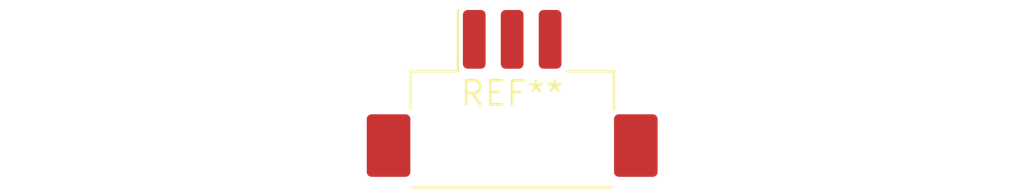
<source format=kicad_pcb>
(kicad_pcb (version 20240108) (generator pcbnew)
  (layers (0 "F.Cu" signal) (31 "B.Cu" signal) (34 "B.Paste" user) (35 "F.Paste" user) (36 "B.SilkS" user "B.Silkscreen") (37 "F.SilkS" user "F.Silkscreen") (38 "B.Mask" user) (39 "F.Mask" user) (44 "Edge.Cuts" user))
  (net 0 "")
  (footprint "Hirose_DF3EA-03P-2H_1x03-1MP_P2.00mm_Horizontal" (layer "F.Cu") (at 0 0)
    (property "Reference" "REF**")
    (property "Value" "Hirose_DF3EA-03P-2H_1x03-1MP_P2.00mm_Horizontal")
    (fp_line (start -5.36 -1.16) (end -2.86 -1.16) (layer "F.SilkS") (stroke (width 0.12)))
    (fp_line (start -5.36 0.84) (end -5.36 -1.16) (layer "F.SilkS") (stroke (width 0.12)))
    (fp_line (start -5.25 4.96) (end 5.25 4.96) (layer "F.SilkS") (stroke (width 0.12)))
    (fp_line (start -2.86 -1.16) (end -2.86 -4.4) (layer "F.SilkS") (stroke (width 0.12)))
    (fp_line (start 5.36 -1.16) (end 2.86 -1.16) (layer "F.SilkS") (stroke (width 0.12)))
    (fp_line (start 5.36 0.84) (end 5.36 -1.16) (layer "F.SilkS") (stroke (width 0.12)))
    (pad "1" smd roundrect (at -2 -2.85) (size 1.2 3.1) (layers "F.Cu" "F.Paste" "F.Mask") (roundrect_rratio 0.208333))
    (pad "2" smd roundrect (at 0 -2.85) (size 1.2 3.1) (layers "F.Cu" "F.Paste" "F.Mask") (roundrect_rratio 0.208333))
    (pad "3" smd roundrect (at 2 -2.85) (size 1.2 3.1) (layers "F.Cu" "F.Paste" "F.Mask") (roundrect_rratio 0.208333))
    (pad "MP" smd roundrect (at -6.52 2.75) (size 2.3 3.3) (layers "F.Cu" "F.Paste" "F.Mask") (roundrect_rratio 0.108696))
    (pad "MP" smd roundrect (at 6.52 2.75) (size 2.3 3.3) (layers "F.Cu" "F.Paste" "F.Mask") (roundrect_rratio 0.108696))
  )
)
</source>
